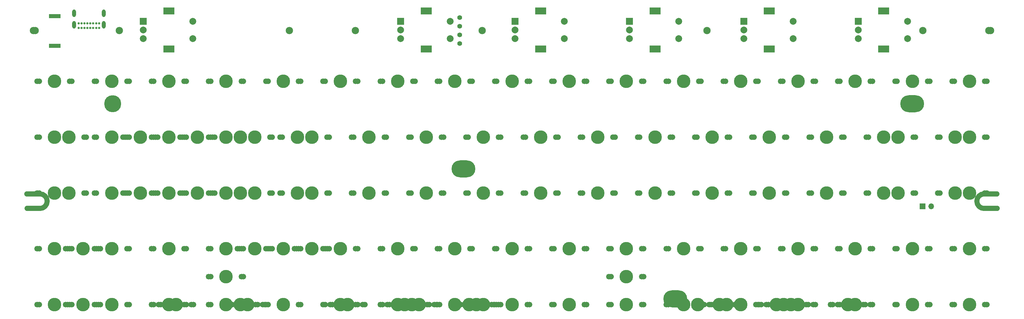
<source format=gts>
%TF.GenerationSoftware,KiCad,Pcbnew,(5.1.8-0-10_14)*%
%TF.CreationDate,2020-12-29T07:16:28+09:00*%
%TF.ProjectId,Unison,556e6973-6f6e-42e6-9b69-6361645f7063,v01_1*%
%TF.SameCoordinates,Original*%
%TF.FileFunction,Soldermask,Top*%
%TF.FilePolarity,Negative*%
%FSLAX46Y46*%
G04 Gerber Fmt 4.6, Leading zero omitted, Abs format (unit mm)*
G04 Created by KiCad (PCBNEW (5.1.8-0-10_14)) date 2020-12-29 07:16:28*
%MOMM*%
%LPD*%
G01*
G04 APERTURE LIST*
%ADD10C,1.500000*%
%ADD11C,1.680000*%
%ADD12C,3.980000*%
%ADD13C,2.140000*%
%ADD14R,2.000000X2.000000*%
%ADD15C,2.000000*%
%ADD16R,3.200000X2.000000*%
%ADD17C,1.000000*%
%ADD18C,5.000000*%
%ADD19O,7.000240X5.000000*%
%ADD20O,1.700000X1.700000*%
%ADD21R,1.700000X1.700000*%
%ADD22R,3.400000X1.300000*%
%ADD23C,1.397000*%
%ADD24O,1.108000X2.216000*%
%ADD25C,0.650000*%
G04 APERTURE END LIST*
D10*
%TO.C,REF\u002A\u002A*%
X15200000Y-71050000D02*
X19000000Y-71050000D01*
X15250000Y-75350000D02*
X19050000Y-75350000D01*
X300200000Y-75350000D02*
X296400000Y-75350000D01*
X300150000Y-71050000D02*
X296350000Y-71050000D01*
X294250000Y-73200000D02*
G75*
G03*
X296400000Y-75350000I2150000J0D01*
G01*
X294250000Y-73200000D02*
G75*
G02*
X296400000Y-71050000I2150000J0D01*
G01*
X21150000Y-73200000D02*
G75*
G02*
X19000000Y-75350000I-2150000J0D01*
G01*
X21150000Y-73200000D02*
G75*
G03*
X19000000Y-71050000I-2150000J0D01*
G01*
%TD*%
D11*
%TO.C,SW_10_2*%
X36200000Y-103600000D03*
X27200000Y-103600000D03*
D12*
X31700000Y-103600000D03*
D11*
X36780000Y-103600000D03*
X26620000Y-103600000D03*
%TD*%
%TO.C,SW_12_1*%
X35600000Y-54400000D03*
X44600000Y-54400000D03*
D12*
X40100000Y-54400000D03*
D11*
X35020000Y-54400000D03*
X45180000Y-54400000D03*
%TD*%
D13*
%TO.C,*%
X298300000Y-23100000D03*
%TD*%
%TO.C,*%
X17600000Y-23100000D03*
%TD*%
%TO.C,*%
X111700000Y-23100000D03*
%TD*%
%TO.C,*%
X215000000Y-23100000D03*
%TD*%
%TO.C,*%
X148900000Y-23100000D03*
%TD*%
%TO.C,*%
X92300000Y-23100000D03*
%TD*%
%TO.C,*%
X42300000Y-23100000D03*
%TD*%
%TO.C,*%
X278400000Y-23100000D03*
%TD*%
%TO.C,*%
X297800000Y-23100000D03*
%TD*%
D11*
%TO.C,SW_25_2*%
X69200000Y-95400000D03*
X78200000Y-95400000D03*
D12*
X73700000Y-95400000D03*
D11*
X68620000Y-95400000D03*
X78780000Y-95400000D03*
%TD*%
%TO.C,SW_60_2*%
X186800000Y-95400000D03*
X195800000Y-95400000D03*
D12*
X191300000Y-95400000D03*
D11*
X186220000Y-95400000D03*
X196380000Y-95400000D03*
%TD*%
%TO.C,SW_19_2*%
X27200000Y-87200000D03*
X36200000Y-87200000D03*
D12*
X31700000Y-87200000D03*
D11*
X26620000Y-87200000D03*
X36780000Y-87200000D03*
%TD*%
%TO.C,SW_24_2*%
X77600000Y-87200000D03*
X86600000Y-87200000D03*
D12*
X82100000Y-87200000D03*
D11*
X77020000Y-87200000D03*
X87180000Y-87200000D03*
%TD*%
%TO.C,SW_39_2*%
X94400000Y-87200000D03*
X103400000Y-87200000D03*
D12*
X98900000Y-87200000D03*
D11*
X93820000Y-87200000D03*
X103980000Y-87200000D03*
%TD*%
%TO.C,SW_45_4*%
X144800000Y-103600000D03*
X153800000Y-103600000D03*
D12*
X149300000Y-103600000D03*
D11*
X144220000Y-103600000D03*
X154380000Y-103600000D03*
%TD*%
%TO.C,SW_17_2*%
X32580000Y-54400000D03*
X22420000Y-54400000D03*
D12*
X27500000Y-54400000D03*
D11*
X32000000Y-54400000D03*
X23000000Y-54400000D03*
%TD*%
%TO.C,SW_18_2*%
X32580000Y-70800000D03*
X22420000Y-70800000D03*
D12*
X27500000Y-70800000D03*
D11*
X32000000Y-70800000D03*
X23000000Y-70800000D03*
%TD*%
%TO.C,SW_23_2*%
X82980000Y-70800000D03*
X72820000Y-70800000D03*
D12*
X77900000Y-70800000D03*
D11*
X82400000Y-70800000D03*
X73400000Y-70800000D03*
%TD*%
%TO.C,SW_25_3*%
X82980000Y-103600000D03*
X72820000Y-103600000D03*
D12*
X77900000Y-103600000D03*
D11*
X82400000Y-103600000D03*
X73400000Y-103600000D03*
%TD*%
%TO.C,SW_32_2*%
X82980000Y-54400000D03*
X72820000Y-54400000D03*
D12*
X77900000Y-54400000D03*
D11*
X82400000Y-54400000D03*
X73400000Y-54400000D03*
%TD*%
%TO.C,SW_37_2*%
X99780000Y-54400000D03*
X89620000Y-54400000D03*
D12*
X94700000Y-54400000D03*
D11*
X99200000Y-54400000D03*
X90200000Y-54400000D03*
%TD*%
%TO.C,SW_38_2*%
X99780000Y-70800000D03*
X89620000Y-70800000D03*
D12*
X94700000Y-70800000D03*
D11*
X99200000Y-70800000D03*
X90200000Y-70800000D03*
%TD*%
%TO.C,SW_40_2*%
X133380000Y-103600000D03*
X123220000Y-103600000D03*
D12*
X128300000Y-103600000D03*
D11*
X132800000Y-103600000D03*
X123800000Y-103600000D03*
%TD*%
%TO.C,SW_45_2*%
X150180000Y-103600000D03*
X140020000Y-103600000D03*
D12*
X145100000Y-103600000D03*
D11*
X149600000Y-103600000D03*
X140600000Y-103600000D03*
%TD*%
%TO.C,SW_70_2*%
X225780000Y-103600000D03*
X215620000Y-103600000D03*
D12*
X220700000Y-103600000D03*
D11*
X225200000Y-103600000D03*
X216200000Y-103600000D03*
%TD*%
%TO.C,SW_75_2*%
X207220000Y-103600000D03*
X217380000Y-103600000D03*
D12*
X212300000Y-103600000D03*
D11*
X207800000Y-103600000D03*
X216800000Y-103600000D03*
%TD*%
%TO.C,SW_7_2*%
X292980000Y-54400000D03*
X282820000Y-54400000D03*
D12*
X287900000Y-54400000D03*
D11*
X292400000Y-54400000D03*
X283400000Y-54400000D03*
%TD*%
%TO.C,SW_85_3*%
X242580000Y-103600000D03*
X232420000Y-103600000D03*
D12*
X237500000Y-103600000D03*
D11*
X242000000Y-103600000D03*
X233000000Y-103600000D03*
%TD*%
%TO.C,SW_8_2*%
X292980000Y-70800000D03*
X282820000Y-70800000D03*
D12*
X287900000Y-70800000D03*
D11*
X292400000Y-70800000D03*
X283400000Y-70800000D03*
%TD*%
%TO.C,SW_97_2*%
X276180000Y-54400000D03*
X266020000Y-54400000D03*
D12*
X271100000Y-54400000D03*
D11*
X275600000Y-54400000D03*
X266600000Y-54400000D03*
%TD*%
%TO.C,SW_98_2*%
X276180000Y-70800000D03*
X266020000Y-70800000D03*
D12*
X271100000Y-70800000D03*
D11*
X275600000Y-70800000D03*
X266600000Y-70800000D03*
%TD*%
%TO.C,SW_85_4*%
X230900000Y-103600000D03*
X239900000Y-103600000D03*
D12*
X235400000Y-103600000D03*
D11*
X230320000Y-103600000D03*
X240480000Y-103600000D03*
%TD*%
%TO.C,SW_85_2*%
X235100000Y-103600000D03*
X244100000Y-103600000D03*
D12*
X239600000Y-103600000D03*
D11*
X234520000Y-103600000D03*
X244680000Y-103600000D03*
%TD*%
%TO.C,SW_80_2*%
X251900000Y-103600000D03*
X260900000Y-103600000D03*
D12*
X256400000Y-103600000D03*
D11*
X251320000Y-103600000D03*
X261480000Y-103600000D03*
%TD*%
%TO.C,SW_70_3*%
X214100000Y-103600000D03*
X223100000Y-103600000D03*
D12*
X218600000Y-103600000D03*
D11*
X213520000Y-103600000D03*
X223680000Y-103600000D03*
%TD*%
%TO.C,SW_45_3*%
X142700000Y-103600000D03*
X151700000Y-103600000D03*
D12*
X147200000Y-103600000D03*
D11*
X142120000Y-103600000D03*
X152280000Y-103600000D03*
%TD*%
%TO.C,SW_40_4*%
X121700000Y-103600000D03*
X130700000Y-103600000D03*
D12*
X126200000Y-103600000D03*
D11*
X121120000Y-103600000D03*
X131280000Y-103600000D03*
%TD*%
%TO.C,SW_40_3*%
X125900000Y-103600000D03*
X134900000Y-103600000D03*
D12*
X130400000Y-103600000D03*
D11*
X125320000Y-103600000D03*
X135480000Y-103600000D03*
%TD*%
%TO.C,SW_35_2*%
X104900000Y-103600000D03*
X113900000Y-103600000D03*
D12*
X109400000Y-103600000D03*
D11*
X104320000Y-103600000D03*
X114480000Y-103600000D03*
%TD*%
%TO.C,SW_25_4*%
X75500000Y-103600000D03*
X84500000Y-103600000D03*
D12*
X80000000Y-103600000D03*
D11*
X74920000Y-103600000D03*
X85080000Y-103600000D03*
%TD*%
%TO.C,SW_20_2*%
X63500000Y-103600000D03*
X54500000Y-103600000D03*
D12*
X59000000Y-103600000D03*
D11*
X64080000Y-103600000D03*
X53920000Y-103600000D03*
%TD*%
D14*
%TO.C,SW_RE1*%
X49400000Y-20400000D03*
D15*
X49400000Y-22900000D03*
X49400000Y-25400000D03*
D16*
X56900000Y-17300000D03*
X56900000Y-28500000D03*
D15*
X63900000Y-20400000D03*
X63900000Y-25400000D03*
%TD*%
D11*
%TO.C,SW_21*%
X35600000Y-38000000D03*
X44600000Y-38000000D03*
D12*
X40100000Y-38000000D03*
D11*
X35020000Y-38000000D03*
X45180000Y-38000000D03*
%TD*%
%TO.C,SW_26*%
X52400000Y-38000000D03*
X61400000Y-38000000D03*
D12*
X56900000Y-38000000D03*
D11*
X51820000Y-38000000D03*
X61980000Y-38000000D03*
%TD*%
D13*
%TO.C,*%
X17100000Y-23100000D03*
%TD*%
D17*
%TO.C,REF\u002A\u002A*%
X298442035Y-71000000D03*
X298450000Y-75350000D03*
X294850000Y-74700000D03*
X296400000Y-71000000D03*
X296400000Y-75350000D03*
X294250000Y-73200000D03*
X294850000Y-71700000D03*
X20550000Y-74700000D03*
D18*
X40400000Y-44600000D03*
D19*
X143400000Y-63700000D03*
X205700000Y-101900000D03*
X275250000Y-44600000D03*
D17*
X40400000Y-42700000D03*
X38500000Y-44600000D03*
X42300000Y-44600000D03*
X40400000Y-46500000D03*
X39050000Y-43250000D03*
X41650000Y-43250000D03*
X39050000Y-45900000D03*
X41650000Y-45950000D03*
X275250000Y-42750000D03*
X275250000Y-46450000D03*
X276450000Y-46450000D03*
X274050000Y-46450000D03*
X274050000Y-42750000D03*
X276450000Y-42733000D03*
X205750000Y-100050000D03*
X205700000Y-103750000D03*
X206950000Y-100050000D03*
X204550000Y-100050000D03*
X204500000Y-103750000D03*
X206900000Y-103750000D03*
X143400000Y-61850000D03*
X144600000Y-61850000D03*
X142200000Y-61850000D03*
X143400000Y-65600000D03*
X142200000Y-65600000D03*
X144600000Y-65600000D03*
X21150000Y-73200000D03*
X19000000Y-71050000D03*
X19000000Y-75400000D03*
X20550000Y-71700000D03*
X16950000Y-71050000D03*
X16957965Y-75400000D03*
%TD*%
D20*
%TO.C,J2*%
X280840000Y-74700000D03*
D21*
X278300000Y-74700000D03*
%TD*%
D22*
%TO.C,LS1*%
X23350000Y-27550000D03*
X23350000Y-18850000D03*
%TD*%
D23*
%TO.C,OL1*%
X142300000Y-19290000D03*
X142300000Y-21830000D03*
X142300000Y-24370000D03*
X142300000Y-26910000D03*
%TD*%
D11*
%TO.C,SW_6*%
X287600000Y-38000000D03*
X296600000Y-38000000D03*
D12*
X292100000Y-38000000D03*
D11*
X287020000Y-38000000D03*
X297180000Y-38000000D03*
%TD*%
%TO.C,SW_9*%
X287600000Y-87200000D03*
X296600000Y-87200000D03*
D12*
X292100000Y-87200000D03*
D11*
X287020000Y-87200000D03*
X297180000Y-87200000D03*
%TD*%
%TO.C,SW_14*%
X35600000Y-87200000D03*
X44600000Y-87200000D03*
D12*
X40100000Y-87200000D03*
D11*
X35020000Y-87200000D03*
X45180000Y-87200000D03*
%TD*%
%TO.C,SW_15*%
X44600000Y-103600000D03*
X35600000Y-103600000D03*
D12*
X40100000Y-103600000D03*
D11*
X45180000Y-103600000D03*
X35020000Y-103600000D03*
%TD*%
%TO.C,SW_16*%
X18800000Y-38000000D03*
X27800000Y-38000000D03*
D12*
X23300000Y-38000000D03*
D11*
X18220000Y-38000000D03*
X28380000Y-38000000D03*
%TD*%
%TO.C,SW_29*%
X52400000Y-87200000D03*
X61400000Y-87200000D03*
D12*
X56900000Y-87200000D03*
D11*
X51820000Y-87200000D03*
X61980000Y-87200000D03*
%TD*%
%TO.C,SW_30*%
X86000000Y-103600000D03*
X95000000Y-103600000D03*
D12*
X90500000Y-103600000D03*
D11*
X85420000Y-103600000D03*
X95580000Y-103600000D03*
%TD*%
%TO.C,SW_31*%
X69200000Y-38000000D03*
X78200000Y-38000000D03*
D12*
X73700000Y-38000000D03*
D11*
X68620000Y-38000000D03*
X78780000Y-38000000D03*
%TD*%
%TO.C,SW_34*%
X102800000Y-87200000D03*
X111800000Y-87200000D03*
D12*
X107300000Y-87200000D03*
D11*
X102220000Y-87200000D03*
X112380000Y-87200000D03*
%TD*%
%TO.C,SW_36*%
X86000000Y-38000000D03*
X95000000Y-38000000D03*
D12*
X90500000Y-38000000D03*
D11*
X85420000Y-38000000D03*
X95580000Y-38000000D03*
%TD*%
%TO.C,SW_41*%
X102800000Y-38000000D03*
X111800000Y-38000000D03*
D12*
X107300000Y-38000000D03*
D11*
X102220000Y-38000000D03*
X112380000Y-38000000D03*
%TD*%
%TO.C,SW_42*%
X111200000Y-54400000D03*
X120200000Y-54400000D03*
D12*
X115700000Y-54400000D03*
D11*
X110620000Y-54400000D03*
X120780000Y-54400000D03*
%TD*%
%TO.C,SW_43*%
X111200000Y-70800000D03*
X120200000Y-70800000D03*
D12*
X115700000Y-70800000D03*
D11*
X110620000Y-70800000D03*
X120780000Y-70800000D03*
%TD*%
%TO.C,SW_46*%
X119600000Y-38000000D03*
X128600000Y-38000000D03*
D12*
X124100000Y-38000000D03*
D11*
X119020000Y-38000000D03*
X129180000Y-38000000D03*
%TD*%
%TO.C,SW_47*%
X128000000Y-54400000D03*
X137000000Y-54400000D03*
D12*
X132500000Y-54400000D03*
D11*
X127420000Y-54400000D03*
X137580000Y-54400000D03*
%TD*%
%TO.C,SW_48*%
X128000000Y-70800000D03*
X137000000Y-70800000D03*
D12*
X132500000Y-70800000D03*
D11*
X127420000Y-70800000D03*
X137580000Y-70800000D03*
%TD*%
%TO.C,SW_49*%
X119600000Y-87200000D03*
X128600000Y-87200000D03*
D12*
X124100000Y-87200000D03*
D11*
X119020000Y-87200000D03*
X129180000Y-87200000D03*
%TD*%
%TO.C,SW_50*%
X153200000Y-103600000D03*
X162200000Y-103600000D03*
D12*
X157700000Y-103600000D03*
D11*
X152620000Y-103600000D03*
X162780000Y-103600000D03*
%TD*%
%TO.C,SW_51*%
X136400000Y-38000000D03*
X145400000Y-38000000D03*
D12*
X140900000Y-38000000D03*
D11*
X135820000Y-38000000D03*
X145980000Y-38000000D03*
%TD*%
%TO.C,SW_52*%
X144800000Y-54400000D03*
X153800000Y-54400000D03*
D12*
X149300000Y-54400000D03*
D11*
X144220000Y-54400000D03*
X154380000Y-54400000D03*
%TD*%
%TO.C,SW_53*%
X144800000Y-70800000D03*
X153800000Y-70800000D03*
D12*
X149300000Y-70800000D03*
D11*
X144220000Y-70800000D03*
X154380000Y-70800000D03*
%TD*%
%TO.C,SW_54*%
X136400000Y-87200000D03*
X145400000Y-87200000D03*
D12*
X140900000Y-87200000D03*
D11*
X135820000Y-87200000D03*
X145980000Y-87200000D03*
%TD*%
%TO.C,SW_56*%
X153200000Y-38000000D03*
X162200000Y-38000000D03*
D12*
X157700000Y-38000000D03*
D11*
X152620000Y-38000000D03*
X162780000Y-38000000D03*
%TD*%
%TO.C,SW_57*%
X161600000Y-54400000D03*
X170600000Y-54400000D03*
D12*
X166100000Y-54400000D03*
D11*
X161020000Y-54400000D03*
X171180000Y-54400000D03*
%TD*%
%TO.C,SW_58*%
X161600000Y-70800000D03*
X170600000Y-70800000D03*
D12*
X166100000Y-70800000D03*
D11*
X161020000Y-70800000D03*
X171180000Y-70800000D03*
%TD*%
%TO.C,SW_59*%
X153200000Y-87200000D03*
X162200000Y-87200000D03*
D12*
X157700000Y-87200000D03*
D11*
X152620000Y-87200000D03*
X162780000Y-87200000D03*
%TD*%
%TO.C,SW_61*%
X170000000Y-38000000D03*
X179000000Y-38000000D03*
D12*
X174500000Y-38000000D03*
D11*
X169420000Y-38000000D03*
X179580000Y-38000000D03*
%TD*%
%TO.C,SW_62*%
X178400000Y-54400000D03*
X187400000Y-54400000D03*
D12*
X182900000Y-54400000D03*
D11*
X177820000Y-54400000D03*
X187980000Y-54400000D03*
%TD*%
%TO.C,SW_63*%
X178400000Y-70800000D03*
X187400000Y-70800000D03*
D12*
X182900000Y-70800000D03*
D11*
X177820000Y-70800000D03*
X187980000Y-70800000D03*
%TD*%
%TO.C,SW_64*%
X170000000Y-87200000D03*
X179000000Y-87200000D03*
D12*
X174500000Y-87200000D03*
D11*
X169420000Y-87200000D03*
X179580000Y-87200000D03*
%TD*%
%TO.C,SW_65*%
X170000000Y-103600000D03*
X179000000Y-103600000D03*
D12*
X174500000Y-103600000D03*
D11*
X169420000Y-103600000D03*
X179580000Y-103600000D03*
%TD*%
%TO.C,SW_67*%
X195200000Y-54400000D03*
X204200000Y-54400000D03*
D12*
X199700000Y-54400000D03*
D11*
X194620000Y-54400000D03*
X204780000Y-54400000D03*
%TD*%
%TO.C,SW_68*%
X195200000Y-70800000D03*
X204200000Y-70800000D03*
D12*
X199700000Y-70800000D03*
D11*
X194620000Y-70800000D03*
X204780000Y-70800000D03*
%TD*%
%TO.C,SW_69*%
X186800000Y-87200000D03*
X195800000Y-87200000D03*
D12*
X191300000Y-87200000D03*
D11*
X186220000Y-87200000D03*
X196380000Y-87200000D03*
%TD*%
%TO.C,SW_71*%
X203600000Y-38000000D03*
X212600000Y-38000000D03*
D12*
X208100000Y-38000000D03*
D11*
X203020000Y-38000000D03*
X213180000Y-38000000D03*
%TD*%
%TO.C,SW_72*%
X212000000Y-54400000D03*
X221000000Y-54400000D03*
D12*
X216500000Y-54400000D03*
D11*
X211420000Y-54400000D03*
X221580000Y-54400000D03*
%TD*%
%TO.C,SW_73*%
X212000000Y-70800000D03*
X221000000Y-70800000D03*
D12*
X216500000Y-70800000D03*
D11*
X211420000Y-70800000D03*
X221580000Y-70800000D03*
%TD*%
%TO.C,SW_74*%
X203600000Y-87200000D03*
X212600000Y-87200000D03*
D12*
X208100000Y-87200000D03*
D11*
X203020000Y-87200000D03*
X213180000Y-87200000D03*
%TD*%
%TO.C,SW_76*%
X186800000Y-38000000D03*
X195800000Y-38000000D03*
D12*
X191300000Y-38000000D03*
D11*
X186220000Y-38000000D03*
X196380000Y-38000000D03*
%TD*%
%TO.C,SW_78*%
X228800000Y-70800000D03*
X237800000Y-70800000D03*
D12*
X233300000Y-70800000D03*
D11*
X228220000Y-70800000D03*
X238380000Y-70800000D03*
%TD*%
%TO.C,SW_79*%
X220400000Y-87200000D03*
X229400000Y-87200000D03*
D12*
X224900000Y-87200000D03*
D11*
X219820000Y-87200000D03*
X229980000Y-87200000D03*
%TD*%
%TO.C,SW_81*%
X237200000Y-38000000D03*
X246200000Y-38000000D03*
D12*
X241700000Y-38000000D03*
D11*
X236620000Y-38000000D03*
X246780000Y-38000000D03*
%TD*%
%TO.C,SW_82*%
X245600000Y-54400000D03*
X254600000Y-54400000D03*
D12*
X250100000Y-54400000D03*
D11*
X245020000Y-54400000D03*
X255180000Y-54400000D03*
%TD*%
%TO.C,SW_83*%
X245600000Y-70800000D03*
X254600000Y-70800000D03*
D12*
X250100000Y-70800000D03*
D11*
X245020000Y-70800000D03*
X255180000Y-70800000D03*
%TD*%
%TO.C,SW_84*%
X237200000Y-87200000D03*
X246200000Y-87200000D03*
D12*
X241700000Y-87200000D03*
D11*
X236620000Y-87200000D03*
X246780000Y-87200000D03*
%TD*%
%TO.C,SW_86*%
X220400000Y-38000000D03*
X229400000Y-38000000D03*
D12*
X224900000Y-38000000D03*
D11*
X219820000Y-38000000D03*
X229980000Y-38000000D03*
%TD*%
%TO.C,SW_87*%
X228800000Y-54400000D03*
X237800000Y-54400000D03*
D12*
X233300000Y-54400000D03*
D11*
X228220000Y-54400000D03*
X238380000Y-54400000D03*
%TD*%
%TO.C,SW_89*%
X254000000Y-87200000D03*
X263000000Y-87200000D03*
D12*
X258500000Y-87200000D03*
D11*
X253420000Y-87200000D03*
X263580000Y-87200000D03*
%TD*%
%TO.C,SW_90*%
X287600000Y-103600000D03*
X296600000Y-103600000D03*
D12*
X292100000Y-103600000D03*
D11*
X287020000Y-103600000D03*
X297180000Y-103600000D03*
%TD*%
%TO.C,SW_91*%
X270800000Y-38000000D03*
X279800000Y-38000000D03*
D12*
X275300000Y-38000000D03*
D11*
X270220000Y-38000000D03*
X280380000Y-38000000D03*
%TD*%
%TO.C,SW_94*%
X270800000Y-87200000D03*
X279800000Y-87200000D03*
D12*
X275300000Y-87200000D03*
D11*
X270220000Y-87200000D03*
X280380000Y-87200000D03*
%TD*%
%TO.C,SW_95*%
X270800000Y-103600000D03*
X279800000Y-103600000D03*
D12*
X275300000Y-103600000D03*
D11*
X270220000Y-103600000D03*
X280380000Y-103600000D03*
%TD*%
%TO.C,SW_96*%
X254000000Y-38000000D03*
X263000000Y-38000000D03*
D12*
X258500000Y-38000000D03*
D11*
X253420000Y-38000000D03*
X263580000Y-38000000D03*
%TD*%
%TO.C,SW_10_1*%
X27800000Y-103600000D03*
X18800000Y-103600000D03*
D12*
X23300000Y-103600000D03*
D11*
X28380000Y-103600000D03*
X18220000Y-103600000D03*
%TD*%
%TO.C,SW_12_2*%
X44000000Y-54400000D03*
X53000000Y-54400000D03*
D12*
X48500000Y-54400000D03*
D11*
X43420000Y-54400000D03*
X53580000Y-54400000D03*
%TD*%
%TO.C,SW_13_1*%
X44600000Y-70800000D03*
X35600000Y-70800000D03*
D12*
X40100000Y-70800000D03*
D11*
X45180000Y-70800000D03*
X35020000Y-70800000D03*
%TD*%
%TO.C,SW_13_2*%
X53000000Y-70800000D03*
X44000000Y-70800000D03*
D12*
X48500000Y-70800000D03*
D11*
X53580000Y-70800000D03*
X43420000Y-70800000D03*
%TD*%
%TO.C,SW_17_1*%
X18800000Y-54400000D03*
X27800000Y-54400000D03*
D12*
X23300000Y-54400000D03*
D11*
X18220000Y-54400000D03*
X28380000Y-54400000D03*
%TD*%
%TO.C,SW_18_1*%
X18800000Y-70800000D03*
X27800000Y-70800000D03*
D12*
X23300000Y-70800000D03*
D11*
X18220000Y-70800000D03*
X28380000Y-70800000D03*
%TD*%
%TO.C,SW_19_1*%
X18800000Y-87200000D03*
X27800000Y-87200000D03*
D12*
X23300000Y-87200000D03*
D11*
X18220000Y-87200000D03*
X28380000Y-87200000D03*
%TD*%
%TO.C,SW_20_1*%
X61400000Y-103600000D03*
X52400000Y-103600000D03*
D12*
X56900000Y-103600000D03*
D11*
X61980000Y-103600000D03*
X51820000Y-103600000D03*
%TD*%
%TO.C,SW_23_1*%
X69200000Y-70800000D03*
X78200000Y-70800000D03*
D12*
X73700000Y-70800000D03*
D11*
X68620000Y-70800000D03*
X78780000Y-70800000D03*
%TD*%
%TO.C,SW_24_1*%
X69200000Y-87200000D03*
X78200000Y-87200000D03*
D12*
X73700000Y-87200000D03*
D11*
X68620000Y-87200000D03*
X78780000Y-87200000D03*
%TD*%
%TO.C,SW_25_1*%
X69200000Y-103600000D03*
X78200000Y-103600000D03*
D12*
X73700000Y-103600000D03*
D11*
X68620000Y-103600000D03*
X78780000Y-103600000D03*
%TD*%
%TO.C,SW_27_1*%
X52400000Y-54400000D03*
X61400000Y-54400000D03*
D12*
X56900000Y-54400000D03*
D11*
X51820000Y-54400000D03*
X61980000Y-54400000D03*
%TD*%
%TO.C,SW_27_2*%
X60800000Y-54400000D03*
X69800000Y-54400000D03*
D12*
X65300000Y-54400000D03*
D11*
X60220000Y-54400000D03*
X70380000Y-54400000D03*
%TD*%
%TO.C,SW_28_1*%
X52400000Y-70800000D03*
X61400000Y-70800000D03*
D12*
X56900000Y-70800000D03*
D11*
X51820000Y-70800000D03*
X61980000Y-70800000D03*
%TD*%
%TO.C,SW_28_2*%
X60800000Y-70800000D03*
X69800000Y-70800000D03*
D12*
X65300000Y-70800000D03*
D11*
X60220000Y-70800000D03*
X70380000Y-70800000D03*
%TD*%
%TO.C,SW_32_1*%
X69200000Y-54400000D03*
X78200000Y-54400000D03*
D12*
X73700000Y-54400000D03*
D11*
X68620000Y-54400000D03*
X78780000Y-54400000D03*
%TD*%
%TO.C,SW_35_1*%
X102800000Y-103600000D03*
X111800000Y-103600000D03*
D12*
X107300000Y-103600000D03*
D11*
X102220000Y-103600000D03*
X112380000Y-103600000D03*
%TD*%
%TO.C,SW_37_1*%
X94400000Y-54400000D03*
X103400000Y-54400000D03*
D12*
X98900000Y-54400000D03*
D11*
X93820000Y-54400000D03*
X103980000Y-54400000D03*
%TD*%
%TO.C,SW_38_1*%
X94400000Y-70800000D03*
X103400000Y-70800000D03*
D12*
X98900000Y-70800000D03*
D11*
X93820000Y-70800000D03*
X103980000Y-70800000D03*
%TD*%
%TO.C,SW_39_1*%
X86000000Y-87200000D03*
X95000000Y-87200000D03*
D12*
X90500000Y-87200000D03*
D11*
X85420000Y-87200000D03*
X95580000Y-87200000D03*
%TD*%
%TO.C,SW_40_1*%
X119600000Y-103600000D03*
X128600000Y-103600000D03*
D12*
X124100000Y-103600000D03*
D11*
X119020000Y-103600000D03*
X129180000Y-103600000D03*
%TD*%
%TO.C,SW_45_1*%
X136400000Y-103600000D03*
X145400000Y-103600000D03*
D12*
X140900000Y-103600000D03*
D11*
X135820000Y-103600000D03*
X145980000Y-103600000D03*
%TD*%
%TO.C,SW_60_1*%
X186800000Y-103600000D03*
X195800000Y-103600000D03*
D12*
X191300000Y-103600000D03*
D11*
X186220000Y-103600000D03*
X196380000Y-103600000D03*
%TD*%
%TO.C,SW_70_1*%
X220400000Y-103600000D03*
X229400000Y-103600000D03*
D12*
X224900000Y-103600000D03*
D11*
X219820000Y-103600000D03*
X229980000Y-103600000D03*
%TD*%
%TO.C,SW_75_1*%
X212600000Y-103600000D03*
X203600000Y-103600000D03*
D12*
X208100000Y-103600000D03*
D11*
X213180000Y-103600000D03*
X203020000Y-103600000D03*
%TD*%
%TO.C,SW_7_1*%
X287600000Y-54400000D03*
X296600000Y-54400000D03*
D12*
X292100000Y-54400000D03*
D11*
X287020000Y-54400000D03*
X297180000Y-54400000D03*
%TD*%
%TO.C,SW_80_1*%
X254000000Y-103600000D03*
X263000000Y-103600000D03*
D12*
X258500000Y-103600000D03*
D11*
X253420000Y-103600000D03*
X263580000Y-103600000D03*
%TD*%
%TO.C,SW_85_1*%
X237200000Y-103600000D03*
X246200000Y-103600000D03*
D12*
X241700000Y-103600000D03*
D11*
X236620000Y-103600000D03*
X246780000Y-103600000D03*
%TD*%
%TO.C,SW_8_1*%
X287600000Y-70800000D03*
X296600000Y-70800000D03*
D12*
X292100000Y-70800000D03*
D11*
X287020000Y-70800000D03*
X297180000Y-70800000D03*
%TD*%
%TO.C,SW_97_1*%
X262400000Y-54400000D03*
X271400000Y-54400000D03*
D12*
X266900000Y-54400000D03*
D11*
X261820000Y-54400000D03*
X271980000Y-54400000D03*
%TD*%
%TO.C,SW_98_1*%
X262400000Y-70800000D03*
X271400000Y-70800000D03*
D12*
X266900000Y-70800000D03*
D11*
X261820000Y-70800000D03*
X271980000Y-70800000D03*
%TD*%
D14*
%TO.C,SW_RE2*%
X125000000Y-20400000D03*
D15*
X125000000Y-22900000D03*
X125000000Y-25400000D03*
D16*
X132500000Y-17300000D03*
X132500000Y-28500000D03*
D15*
X139500000Y-20400000D03*
X139500000Y-25400000D03*
%TD*%
D14*
%TO.C,SW_RE3*%
X158600000Y-20400000D03*
D15*
X158600000Y-22900000D03*
X158600000Y-25400000D03*
D16*
X166100000Y-17300000D03*
X166100000Y-28500000D03*
D15*
X173100000Y-20400000D03*
X173100000Y-25400000D03*
%TD*%
D14*
%TO.C,SW_RE4*%
X192200000Y-20400000D03*
D15*
X192200000Y-22900000D03*
X192200000Y-25400000D03*
D16*
X199700000Y-17300000D03*
X199700000Y-28500000D03*
D15*
X206700000Y-20400000D03*
X206700000Y-25400000D03*
%TD*%
D14*
%TO.C,SW_RE5*%
X225800000Y-20400000D03*
D15*
X225800000Y-22900000D03*
X225800000Y-25400000D03*
D16*
X233300000Y-17300000D03*
X233300000Y-28500000D03*
D15*
X240300000Y-20400000D03*
X240300000Y-25400000D03*
%TD*%
D14*
%TO.C,SW_RE6*%
X259400000Y-20400000D03*
D15*
X259400000Y-22900000D03*
X259400000Y-25400000D03*
D16*
X266900000Y-17300000D03*
X266900000Y-28500000D03*
D15*
X273900000Y-20400000D03*
X273900000Y-25400000D03*
%TD*%
D24*
%TO.C,J1*%
X29075000Y-17965000D03*
X37725000Y-17965000D03*
X37725000Y-21345000D03*
X29075000Y-21345000D03*
D25*
X30425000Y-20975000D03*
X31275000Y-20975000D03*
X32125000Y-20975000D03*
X32975000Y-20975000D03*
X33825000Y-20975000D03*
X34675000Y-20975000D03*
X35525000Y-20975000D03*
X36375000Y-20975000D03*
X36375000Y-22325000D03*
X35525000Y-22325000D03*
X34675000Y-22325000D03*
X33825000Y-22325000D03*
X32975000Y-22325000D03*
X32125000Y-22325000D03*
X31275000Y-22325000D03*
X30425000Y-22325000D03*
%TD*%
D11*
%TO.C,SW_23_3*%
X77600000Y-70800000D03*
X86600000Y-70800000D03*
D12*
X82100000Y-70800000D03*
D11*
X77020000Y-70800000D03*
X87180000Y-70800000D03*
%TD*%
%TO.C,SW_32_3*%
X77600000Y-54400000D03*
X86600000Y-54400000D03*
D12*
X82100000Y-54400000D03*
D11*
X77020000Y-54400000D03*
X87180000Y-54400000D03*
%TD*%
M02*

</source>
